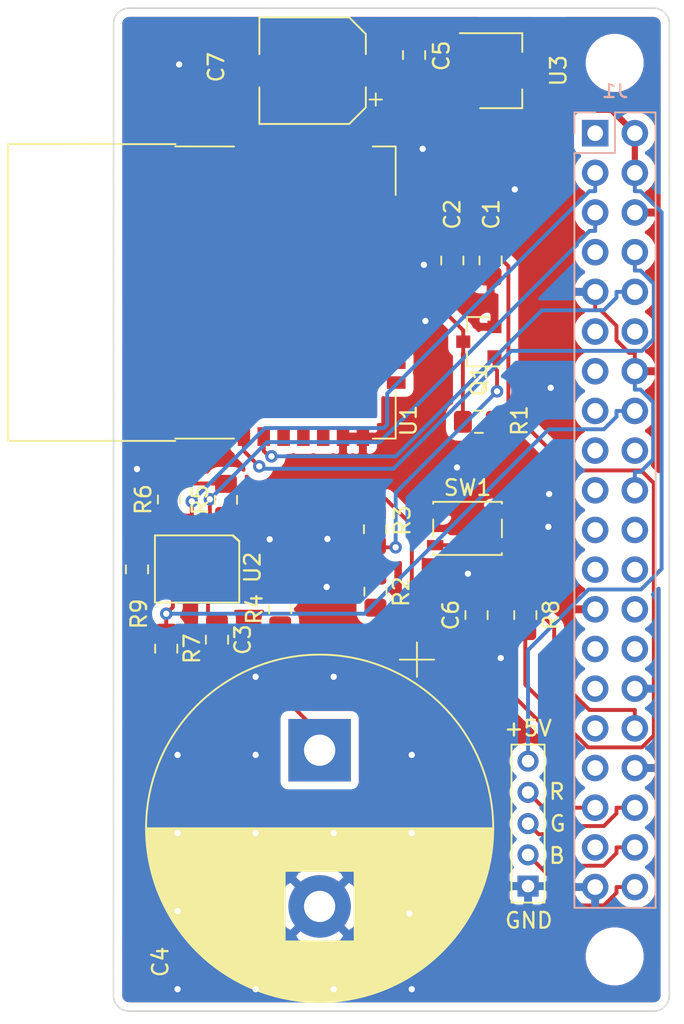
<source format=kicad_pcb>
(kicad_pcb (version 20171130) (host pcbnew "(5.1.5-0-10_14)")
  (layers (0 F.Cu signal) (31 B.Cu signal) (34 B.Paste user) (35 F.Paste user) (36 B.SilkS user) (37 F.SilkS user) (38 B.Mask user) (39 F.Mask user) (44 Edge.Cuts user))
  (net 0 "")
  (net 1 "Net-(U1-Pad26)")
  (net 2 "Net-(U1-Pad25)")
  (net 3 "Net-(U1-Pad24)")
  (net 4 "Net-(U1-Pad23)")
  (net 5 "Net-(U1-Pad22)")
  (net 6 "Net-(U1-Pad21)")
  (net 7 "Net-(U1-Pad19)")
  (net 8 "Net-(U1-Pad18)")
  (net 9 "Net-(U1-Pad13)")
  (net 10 "Net-(U1-Pad12)")
  (net 11 "Net-(U1-Pad11)")
  (net 12 "Net-(U1-Pad10)")
  (net 13 "Net-(U1-Pad7)")
  (net 14 "Net-(U1-Pad6)")
  (net 15 "Net-(U1-Pad5)")
  (net 16 GND)
  (net 17 +3V3)
  (net 18 UART_TX)
  (net 19 UART_RX)
  (net 20 "Net-(U2-Pad4)")
  (net 21 "Net-(J1-Pad40)")
  (net 22 "Net-(J1-Pad38)")
  (net 23 "Net-(J1-Pad37)")
  (net 24 "Net-(J1-Pad36)")
  (net 25 "Net-(J1-Pad33)")
  (net 26 "Net-(J1-Pad31)")
  (net 27 "Net-(J1-Pad29)")
  (net 28 "Net-(J1-Pad28)")
  (net 29 "Net-(J1-Pad27)")
  (net 30 "Net-(J1-Pad26)")
  (net 31 "Net-(J1-Pad24)")
  (net 32 "Net-(J1-Pad23)")
  (net 33 "Net-(J1-Pad22)")
  (net 34 "Net-(J1-Pad21)")
  (net 35 "Net-(J1-Pad19)")
  (net 36 "Net-(J1-Pad18)")
  (net 37 "Net-(J1-Pad17)")
  (net 38 "Net-(J1-Pad15)")
  (net 39 "Net-(J1-Pad13)")
  (net 40 "Net-(J1-Pad12)")
  (net 41 "Net-(J1-Pad11)")
  (net 42 "Net-(J1-Pad7)")
  (net 43 "Net-(J1-Pad1)")
  (net 44 "Net-(C4-Pad1)")
  (net 45 "Net-(Q1-Pad3)")
  (net 46 "Net-(Q1-Pad1)")
  (net 47 "Net-(R4-Pad2)")
  (net 48 +5V)
  (net 49 RESET)
  (net 50 BUTTON)
  (net 51 RTC_IRQ)
  (net 52 RTC_SCL)
  (net 53 RTC_SDA)
  (net 54 "Net-(C3-Pad1)")
  (net 55 "Net-(R9-Pad1)")
  (module Connector_PinHeader_2.00mm:PinHeader_1x05_P2.00mm_Vertical (layer F.Cu) (at 187.45 113.4 180)
    (fp_text reference J2 hide)
    (fp_text value RGB)
    (pad 5 thru_hole oval (at 0 8 180) (size 1.35 1.35) (drill 0.8) (layers *.Cu *.Mask) (net 48 +5V))
    (pad 4 thru_hole oval (at 0 6 180) (size 1.35 1.35) (drill 0.8) (layers *.Cu *.Mask) (net 24 "Net-(J1-Pad36)"))
    (pad 3 thru_hole oval (at 0 4 180) (size 1.35 1.35) (drill 0.8) (layers *.Cu *.Mask) (net 22 "Net-(J1-Pad38)"))
    (pad 2 thru_hole oval (at 0 2 180) (size 1.35 1.35) (drill 0.8) (layers *.Cu *.Mask) (net 21 "Net-(J1-Pad40)"))
    (pad 1 thru_hole rect (at 0 0 180) (size 1.35 1.35) (drill 0.8) (layers *.Cu *.Mask) (net 16 GND))
  )
  (module additional:TRX2-TIF (layer F.Cu) (at 169.25 75.45 90)
    (fp_text reference U1 (at -8.15 10.55 270) (layer F.SilkS))
    (fp_text value TRX2-TIF)
    (pad 26 smd rect (at 9.2652 0 90) (size 1.2 0.8) (layers F.Cu F.Paste F.Mask) (net 1 "Net-(U1-Pad26)"))
    (pad 25 smd rect (at 9.2652 1.27 90) (size 1.2 0.8) (layers F.Cu F.Paste F.Mask) (net 2 "Net-(U1-Pad25)"))
    (pad 24 smd rect (at 9.2652 2.54 90) (size 1.2 0.8) (layers F.Cu F.Paste F.Mask) (net 3 "Net-(U1-Pad24)"))
    (pad 23 smd rect (at 9.2652 3.81 90) (size 1.2 0.8) (layers F.Cu F.Paste F.Mask) (net 4 "Net-(U1-Pad23)"))
    (pad 22 smd rect (at 9.2652 5.08 90) (size 1.2 0.8) (layers F.Cu F.Paste F.Mask) (net 5 "Net-(U1-Pad22)"))
    (pad 21 smd rect (at 9.2652 6.35 90) (size 1.2 0.8) (layers F.Cu F.Paste F.Mask) (net 6 "Net-(U1-Pad21)"))
    (pad 20 smd rect (at 9.2615 7.62 90) (size 1.2 0.8) (layers F.Cu F.Paste F.Mask) (net 16 GND))
    (pad 19 smd rect (at 5.715 9.755 180) (size 1.2 0.8) (layers F.Cu F.Paste F.Mask) (net 7 "Net-(U1-Pad19)"))
    (pad 18 smd rect (at 4.445 9.755 180) (size 1.2 0.8) (layers F.Cu F.Paste F.Mask) (net 8 "Net-(U1-Pad18)"))
    (pad 17 smd rect (at 3.175 9.755 180) (size 1.2 0.8) (layers F.Cu F.Paste F.Mask) (net 17 +3V3))
    (pad 16 smd rect (at 1.905 9.755 180) (size 1.2 0.8) (layers F.Cu F.Paste F.Mask) (net 16 GND))
    (pad 15 smd rect (at 0.635 9.755 180) (size 1.2 0.8) (layers F.Cu F.Paste F.Mask) (net 16 GND))
    (pad 14 smd rect (at -0.635 9.755 180) (size 1.2 0.8) (layers F.Cu F.Paste F.Mask) (net 45 "Net-(Q1-Pad3)"))
    (pad 13 smd rect (at -1.905 9.755 180) (size 1.2 0.8) (layers F.Cu F.Paste F.Mask) (net 9 "Net-(U1-Pad13)"))
    (pad 12 smd rect (at -3.175 9.755 180) (size 1.2 0.8) (layers F.Cu F.Paste F.Mask) (net 10 "Net-(U1-Pad12)"))
    (pad 11 smd rect (at -4.445 9.755 180) (size 1.2 0.8) (layers F.Cu F.Paste F.Mask) (net 11 "Net-(U1-Pad11)"))
    (pad 10 smd rect (at -5.715 9.755) (size 1.2 0.8) (layers F.Cu F.Paste F.Mask) (net 12 "Net-(U1-Pad10)"))
    (pad 9 smd rect (at -9.171 7.62 90) (size 1.2 0.8) (layers F.Cu F.Paste F.Mask) (net 16 GND))
    (pad 8 smd rect (at -9.171 6.35 90) (size 1.2 0.8) (layers F.Cu F.Paste F.Mask) (net 16 GND))
    (pad 7 smd rect (at -9.171 5.08 90) (size 1.2 0.8) (layers F.Cu F.Paste F.Mask) (net 13 "Net-(U1-Pad7)"))
    (pad 6 smd rect (at -9.171 3.81 90) (size 1.2 0.8) (layers F.Cu F.Paste F.Mask) (net 14 "Net-(U1-Pad6)"))
    (pad 5 smd rect (at -9.171 2.54 90) (size 1.2 0.8) (layers F.Cu F.Paste F.Mask) (net 15 "Net-(U1-Pad5)"))
    (pad 4 smd rect (at -9.171 1.27 90) (size 1.2 0.8) (layers F.Cu F.Paste F.Mask) (net 18 UART_TX))
    (pad 3 smd rect (at -9.171 0 90) (size 1.2 0.8) (layers F.Cu F.Paste F.Mask) (net 19 UART_RX))
  )
  (module additional:SMD-3225-10Pin_3.2x2.5mm_HandSoldering (layer F.Cu) (at 166.25 93.1 180)
    (fp_text reference U2 (at -3.55 0.1 90) (layer F.SilkS))
    (fp_text value RX8130-CE)
    (pad 9 smd rect (at -0.7 -1.1 180) (size 0.4 1.1) (layers F.Cu F.Paste F.Mask) (net 54 "Net-(C3-Pad1)"))
    (pad 8 smd rect (at 0 -1.1 180) (size 0.4 1.1) (layers F.Cu F.Paste F.Mask) (net 17 +3V3))
    (pad 7 smd rect (at 0.7 -1.1 180) (size 0.4 1.1) (layers F.Cu F.Paste F.Mask) (net 16 GND))
    (pad 4 smd rect (at 0.7 1.1 180) (size 0.4 1.1) (layers F.Cu F.Paste F.Mask) (net 20 "Net-(U2-Pad4)"))
    (pad 3 smd rect (at 0 1.1 180) (size 0.4 1.1) (layers F.Cu F.Paste F.Mask) (net 53 RTC_SDA))
    (pad 2 smd rect (at -0.7 1.1 180) (size 0.4 1.1) (layers F.Cu F.Paste F.Mask) (net 52 RTC_SCL))
    (pad 10 smd rect (at -1.55 -1.1 180) (size 0.7 1.1) (layers F.Cu F.Paste F.Mask) (net 47 "Net-(R4-Pad2)"))
    (pad 6 smd rect (at 1.55 -1.1 180) (size 0.7 1.1) (layers F.Cu F.Paste F.Mask) (net 51 RTC_IRQ))
    (pad 5 smd rect (at 1.55 1.1 180) (size 0.7 1.1) (layers F.Cu F.Paste F.Mask) (net 55 "Net-(R9-Pad1)"))
    (pad 1 smd rect (at -1.55 1.1 180) (size 0.7 1.1) (layers F.Cu F.Paste F.Mask) (net 17 +3V3))
  )
  (module Resistor_SMD:R_0805_2012Metric_Pad1.15x1.40mm_HandSolder (layer F.Cu) (at 162.4 93.125 270)
    (fp_text reference R9 (at 2.85 -0.125 90) (layer F.SilkS))
    (fp_text value 10k)
    (pad 2 smd roundrect (at 1.025 0 270) (size 1.15 1.4) (layers F.Cu F.Paste F.Mask) (roundrect_rratio 0.217391) (net 17 +3V3))
    (pad 1 smd roundrect (at -1.025 0 270) (size 1.15 1.4) (layers F.Cu F.Paste F.Mask) (roundrect_rratio 0.217391) (net 55 "Net-(R9-Pad1)"))
  )
  (module Capacitor_SMD:C_0805_2012Metric_Pad1.15x1.40mm_HandSolder (layer F.Cu) (at 167.525 97.625 270)
    (fp_text reference C3 (at 0 -1.65 90) (layer F.SilkS))
    (fp_text value 1u/16V)
    (pad 2 smd roundrect (at 1.025 0 270) (size 1.15 1.4) (layers F.Cu F.Paste F.Mask) (roundrect_rratio 0.217391) (net 16 GND))
    (pad 1 smd roundrect (at -1.025 0 270) (size 1.15 1.4) (layers F.Cu F.Paste F.Mask) (roundrect_rratio 0.217391) (net 54 "Net-(C3-Pad1)"))
  )
  (module Package_TO_SOT_SMD:SOT-89-3 (layer F.Cu) (at 185.3 61.2)
    (fp_text reference U3 (at 4.1 0 90) (layer F.SilkS))
    (fp_text value 3V3LDO)
    (pad 2 smd trapezoid (at -0.0762 0 90) (size 1.5 1) (rect_delta 0 0.7) (layers F.Cu F.Paste F.Mask) (net 48 +5V))
    (pad 2 smd rect (at 1.3335 0 270) (size 2.2 1.84) (layers F.Cu F.Paste F.Mask) (net 48 +5V))
    (pad 3 smd rect (at -1.48 1.5 270) (size 1 1.5) (layers F.Cu F.Paste F.Mask) (net 17 +3V3))
    (pad 2 smd rect (at -1.3335 0 270) (size 1 1.8) (layers F.Cu F.Paste F.Mask) (net 48 +5V))
    (pad 1 smd rect (at -1.48 -1.5 270) (size 1 1.5) (layers F.Cu F.Paste F.Mask) (net 16 GND))
    (pad 2 smd trapezoid (at 2.667 0 270) (size 1.6 0.85) (rect_delta 0 0.6) (layers F.Cu F.Paste F.Mask) (net 48 +5V))
  )
  (module Button_Switch_SMD:SW_SPST_PTS810 (layer F.Cu) (at 183.575 90.5)
    (fp_text reference SW1 (at 0 -2.6) (layer F.SilkS))
    (fp_text value Button)
    (pad 2 smd rect (at 2.075 1.075) (size 1.05 0.65) (layers F.Cu F.Paste F.Mask) (net 50 BUTTON))
    (pad 2 smd rect (at -2.075 1.075) (size 1.05 0.65) (layers F.Cu F.Paste F.Mask) (net 50 BUTTON))
    (pad 1 smd rect (at 2.075 -1.075) (size 1.05 0.65) (layers F.Cu F.Paste F.Mask) (net 16 GND))
    (pad 1 smd rect (at -2.075 -1.075) (size 1.05 0.65) (layers F.Cu F.Paste F.Mask) (net 16 GND))
  )
  (module Resistor_SMD:R_0805_2012Metric_Pad1.15x1.40mm_HandSolder (layer F.Cu) (at 187.275 96.05 270)
    (fp_text reference R8 (at 0 -1.65 90) (layer F.SilkS))
    (fp_text value 10k)
    (pad 2 smd roundrect (at 1.025 0 270) (size 1.15 1.4) (layers F.Cu F.Paste F.Mask) (roundrect_rratio 0.217391) (net 17 +3V3))
    (pad 1 smd roundrect (at -1.025 0 270) (size 1.15 1.4) (layers F.Cu F.Paste F.Mask) (roundrect_rratio 0.217391) (net 50 BUTTON))
  )
  (module Resistor_SMD:R_0805_2012Metric_Pad1.15x1.40mm_HandSolder (layer F.Cu) (at 164.275 98.2 270)
    (fp_text reference R7 (at 0 -1.65 90) (layer F.SilkS))
    (fp_text value 10k)
    (pad 2 smd roundrect (at 1.025 0 270) (size 1.15 1.4) (layers F.Cu F.Paste F.Mask) (roundrect_rratio 0.217391) (net 17 +3V3))
    (pad 1 smd roundrect (at -1.025 0 270) (size 1.15 1.4) (layers F.Cu F.Paste F.Mask) (roundrect_rratio 0.217391) (net 51 RTC_IRQ))
  )
  (module Resistor_SMD:R_0805_2012Metric_Pad1.15x1.40mm_HandSolder (layer F.Cu) (at 164.45 88.65 90)
    (fp_text reference R6 (at 0 -1.65 90) (layer F.SilkS))
    (fp_text value 2k2)
    (pad 2 smd roundrect (at 1.025 0 90) (size 1.15 1.4) (layers F.Cu F.Paste F.Mask) (roundrect_rratio 0.217391) (net 17 +3V3))
    (pad 1 smd roundrect (at -1.025 0 90) (size 1.15 1.4) (layers F.Cu F.Paste F.Mask) (roundrect_rratio 0.217391) (net 53 RTC_SDA))
  )
  (module Resistor_SMD:R_0805_2012Metric_Pad1.15x1.40mm_HandSolder (layer F.Cu) (at 168.1 88.675 90)
    (fp_text reference R5 (at 0 -1.65 90) (layer F.SilkS))
    (fp_text value 2k2)
    (pad 2 smd roundrect (at 1.025 0 90) (size 1.15 1.4) (layers F.Cu F.Paste F.Mask) (roundrect_rratio 0.217391) (net 17 +3V3))
    (pad 1 smd roundrect (at -1.025 0 90) (size 1.15 1.4) (layers F.Cu F.Paste F.Mask) (roundrect_rratio 0.217391) (net 52 RTC_SCL))
  )
  (module Capacitor_SMD:CP_Elec_6.3x5.9 (layer F.Cu) (at 173.65 61.2 180)
    (fp_text reference C7 (at 6.175 0.225 90) (layer F.SilkS))
    (fp_text value 10µ/16V)
    (pad 2 smd rect (at 2.8 0 180) (size 3.5 1.6) (layers F.Cu F.Paste F.Mask) (net 16 GND))
    (pad 1 smd rect (at -2.8 0 180) (size 3.5 1.6) (layers F.Cu F.Paste F.Mask) (net 48 +5V))
  )
  (module Capacitor_SMD:C_0805_2012Metric_Pad1.15x1.40mm_HandSolder (layer F.Cu) (at 184.15 96.05 90)
    (fp_text reference C6 (at 0 -1.65 90) (layer F.SilkS))
    (fp_text value 100n)
    (pad 2 smd roundrect (at 1.025 0 90) (size 1.15 1.4) (layers F.Cu F.Paste F.Mask) (roundrect_rratio 0.217391) (net 16 GND))
    (pad 1 smd roundrect (at -1.025 0 90) (size 1.15 1.4) (layers F.Cu F.Paste F.Mask) (roundrect_rratio 0.217391) (net 17 +3V3))
  )
  (module Capacitor_SMD:C_0805_2012Metric_Pad1.15x1.40mm_HandSolder (layer F.Cu) (at 180.15 60.2 90)
    (fp_text reference C5 (at -0.05 1.75 90) (layer F.SilkS))
    (fp_text value 100n)
    (pad 2 smd roundrect (at 1.025 0 90) (size 1.15 1.4) (layers F.Cu F.Paste F.Mask) (roundrect_rratio 0.217391) (net 16 GND))
    (pad 1 smd roundrect (at -1.025 0 90) (size 1.15 1.4) (layers F.Cu F.Paste F.Mask) (roundrect_rratio 0.217391) (net 48 +5V))
  )
  (module MountingHole:MountingHole_2.7mm_M2.5_DIN965 (layer F.Cu) (at 193 60.7)
    (fp_text reference H2 hide)
    (fp_text value MountingHole)
    (pad 1 np_thru_hole circle (at 0 0) (size 2.7 2.7) (drill 2.7) (layers *.Cu *.Mask))
  )
  (module MountingHole:MountingHole_2.7mm_M2.5_DIN965 (layer F.Cu) (at 193 117.9)
    (fp_text reference H1 hide)
    (fp_text value MountingHole)
    (pad 1 np_thru_hole circle (at 0 0) (size 2.7 2.7) (drill 2.7) (layers *.Cu *.Mask))
  )
  (module Resistor_SMD:R_0805_2012Metric_Pad1.15x1.40mm_HandSolder (layer F.Cu) (at 171.575 95.675 90)
    (fp_text reference R4 (at 0 -1.65 90) (layer F.SilkS))
    (fp_text value 82)
    (pad 2 smd roundrect (at 1.025 0 90) (size 1.15 1.4) (layers F.Cu F.Paste F.Mask) (roundrect_rratio 0.217391) (net 47 "Net-(R4-Pad2)"))
    (pad 1 smd roundrect (at -1.025 0 90) (size 1.15 1.4) (layers F.Cu F.Paste F.Mask) (roundrect_rratio 0.217391) (net 44 "Net-(C4-Pad1)"))
  )
  (module Resistor_SMD:R_0805_2012Metric_Pad1.15x1.40mm_HandSolder (layer F.Cu) (at 177.65 90.5543 90)
    (fp_text reference R3 (at 0.5543 1.75 90) (layer F.SilkS))
    (fp_text value 10k)
    (pad 2 smd roundrect (at 1.025 0 90) (size 1.15 1.4) (layers F.Cu F.Paste F.Mask) (roundrect_rratio 0.217391) (net 16 GND))
    (pad 1 smd roundrect (at -1.025 0 90) (size 1.15 1.4) (layers F.Cu F.Paste F.Mask) (roundrect_rratio 0.217391) (net 46 "Net-(Q1-Pad1)"))
  )
  (module Resistor_SMD:R_0805_2012Metric_Pad1.15x1.40mm_HandSolder (layer F.Cu) (at 177.675 94.55 270)
    (fp_text reference R2 (at 0 -1.65 90) (layer F.SilkS))
    (fp_text value 10k)
    (pad 2 smd roundrect (at 1.025 0 270) (size 1.15 1.4) (layers F.Cu F.Paste F.Mask) (roundrect_rratio 0.217391) (net 49 RESET))
    (pad 1 smd roundrect (at -1.025 0 270) (size 1.15 1.4) (layers F.Cu F.Paste F.Mask) (roundrect_rratio 0.217391) (net 46 "Net-(Q1-Pad1)"))
  )
  (module Package_TO_SOT_SMD:SOT-23 (layer F.Cu) (at 184.3 78.55 180)
    (fp_text reference Q1 (at 0 -2.5 90) (layer F.SilkS))
    (fp_text value BC847)
    (pad 3 smd rect (at 1 0 180) (size 0.9 0.8) (layers F.Cu F.Paste F.Mask) (net 45 "Net-(Q1-Pad3)"))
    (pad 2 smd rect (at -1 0.95 180) (size 0.9 0.8) (layers F.Cu F.Paste F.Mask) (net 16 GND))
    (pad 1 smd rect (at -1 -0.95 180) (size 0.9 0.8) (layers F.Cu F.Paste F.Mask) (net 46 "Net-(Q1-Pad1)"))
  )
  (module Capacitor_THT:CP_Radial_D22.0mm_P10.00mm_SnapIn (layer F.Cu) (at 174.1 104.7 270)
    (fp_text reference C4 (at 13.55 10.2 90) (layer F.SilkS))
    (fp_text value 0.47F)
    (pad 2 thru_hole circle (at 10 0 270) (size 4 4) (drill 2) (layers *.Cu *.Mask) (net 16 GND))
    (pad 1 thru_hole rect (at 0 0 270) (size 4 4) (drill 2) (layers *.Cu *.Mask) (net 44 "Net-(C4-Pad1)"))
  )
  (module Connector_PinSocket_2.54mm:PinSocket_2x20_P2.54mm_Vertical (layer B.Cu) (at 191.75 65.2 180)
    (fp_text reference J1 (at -1.27 2.77) (layer B.SilkS) (effects (justify mirror)))
    (fp_text value "RPi Header")
    (pad 40 thru_hole oval (at -2.54 -48.26 180) (size 1.7 1.7) (drill 1) (layers *.Cu *.Mask) (net 21 "Net-(J1-Pad40)"))
    (pad 39 thru_hole oval (at 0 -48.26 180) (size 1.7 1.7) (drill 1) (layers *.Cu *.Mask) (net 16 GND))
    (pad 38 thru_hole oval (at -2.54 -45.72 180) (size 1.7 1.7) (drill 1) (layers *.Cu *.Mask) (net 22 "Net-(J1-Pad38)"))
    (pad 37 thru_hole oval (at 0 -45.72 180) (size 1.7 1.7) (drill 1) (layers *.Cu *.Mask) (net 23 "Net-(J1-Pad37)"))
    (pad 36 thru_hole oval (at -2.54 -43.18 180) (size 1.7 1.7) (drill 1) (layers *.Cu *.Mask) (net 24 "Net-(J1-Pad36)"))
    (pad 35 thru_hole oval (at 0 -43.18 180) (size 1.7 1.7) (drill 1) (layers *.Cu *.Mask) (net 49 RESET))
    (pad 34 thru_hole oval (at -2.54 -40.64 180) (size 1.7 1.7) (drill 1) (layers *.Cu *.Mask) (net 16 GND))
    (pad 33 thru_hole oval (at 0 -40.64 180) (size 1.7 1.7) (drill 1) (layers *.Cu *.Mask) (net 25 "Net-(J1-Pad33)"))
    (pad 32 thru_hole oval (at -2.54 -38.1 180) (size 1.7 1.7) (drill 1) (layers *.Cu *.Mask) (net 50 BUTTON))
    (pad 31 thru_hole oval (at 0 -38.1 180) (size 1.7 1.7) (drill 1) (layers *.Cu *.Mask) (net 26 "Net-(J1-Pad31)"))
    (pad 30 thru_hole oval (at -2.54 -35.56 180) (size 1.7 1.7) (drill 1) (layers *.Cu *.Mask) (net 16 GND))
    (pad 29 thru_hole oval (at 0 -35.56 180) (size 1.7 1.7) (drill 1) (layers *.Cu *.Mask) (net 27 "Net-(J1-Pad29)"))
    (pad 28 thru_hole oval (at -2.54 -33.02 180) (size 1.7 1.7) (drill 1) (layers *.Cu *.Mask) (net 28 "Net-(J1-Pad28)"))
    (pad 27 thru_hole oval (at 0 -33.02 180) (size 1.7 1.7) (drill 1) (layers *.Cu *.Mask) (net 29 "Net-(J1-Pad27)"))
    (pad 26 thru_hole oval (at -2.54 -30.48 180) (size 1.7 1.7) (drill 1) (layers *.Cu *.Mask) (net 30 "Net-(J1-Pad26)"))
    (pad 25 thru_hole oval (at 0 -30.48 180) (size 1.7 1.7) (drill 1) (layers *.Cu *.Mask) (net 16 GND))
    (pad 24 thru_hole oval (at -2.54 -27.94 180) (size 1.7 1.7) (drill 1) (layers *.Cu *.Mask) (net 31 "Net-(J1-Pad24)"))
    (pad 23 thru_hole oval (at 0 -27.94 180) (size 1.7 1.7) (drill 1) (layers *.Cu *.Mask) (net 32 "Net-(J1-Pad23)"))
    (pad 22 thru_hole oval (at -2.54 -25.4 180) (size 1.7 1.7) (drill 1) (layers *.Cu *.Mask) (net 33 "Net-(J1-Pad22)"))
    (pad 21 thru_hole oval (at 0 -25.4 180) (size 1.7 1.7) (drill 1) (layers *.Cu *.Mask) (net 34 "Net-(J1-Pad21)"))
    (pad 20 thru_hole oval (at -2.54 -22.86 180) (size 1.7 1.7) (drill 1) (layers *.Cu *.Mask) (net 16 GND))
    (pad 19 thru_hole oval (at 0 -22.86 180) (size 1.7 1.7) (drill 1) (layers *.Cu *.Mask) (net 35 "Net-(J1-Pad19)"))
    (pad 18 thru_hole oval (at -2.54 -20.32 180) (size 1.7 1.7) (drill 1) (layers *.Cu *.Mask) (net 36 "Net-(J1-Pad18)"))
    (pad 17 thru_hole oval (at 0 -20.32 180) (size 1.7 1.7) (drill 1) (layers *.Cu *.Mask) (net 37 "Net-(J1-Pad17)"))
    (pad 16 thru_hole oval (at -2.54 -17.78 180) (size 1.7 1.7) (drill 1) (layers *.Cu *.Mask) (net 51 RTC_IRQ))
    (pad 15 thru_hole oval (at 0 -17.78 180) (size 1.7 1.7) (drill 1) (layers *.Cu *.Mask) (net 38 "Net-(J1-Pad15)"))
    (pad 14 thru_hole oval (at -2.54 -15.24 180) (size 1.7 1.7) (drill 1) (layers *.Cu *.Mask) (net 16 GND))
    (pad 13 thru_hole oval (at 0 -15.24 180) (size 1.7 1.7) (drill 1) (layers *.Cu *.Mask) (net 39 "Net-(J1-Pad13)"))
    (pad 12 thru_hole oval (at -2.54 -12.7 180) (size 1.7 1.7) (drill 1) (layers *.Cu *.Mask) (net 40 "Net-(J1-Pad12)"))
    (pad 11 thru_hole oval (at 0 -12.7 180) (size 1.7 1.7) (drill 1) (layers *.Cu *.Mask) (net 41 "Net-(J1-Pad11)"))
    (pad 10 thru_hole oval (at -2.54 -10.16 180) (size 1.7 1.7) (drill 1) (layers *.Cu *.Mask) (net 18 UART_TX))
    (pad 9 thru_hole oval (at 0 -10.16 180) (size 1.7 1.7) (drill 1) (layers *.Cu *.Mask) (net 16 GND))
    (pad 8 thru_hole oval (at -2.54 -7.62 180) (size 1.7 1.7) (drill 1) (layers *.Cu *.Mask) (net 19 UART_RX))
    (pad 7 thru_hole oval (at 0 -7.62 180) (size 1.7 1.7) (drill 1) (layers *.Cu *.Mask) (net 42 "Net-(J1-Pad7)"))
    (pad 6 thru_hole oval (at -2.54 -5.08 180) (size 1.7 1.7) (drill 1) (layers *.Cu *.Mask) (net 16 GND))
    (pad 5 thru_hole oval (at 0 -5.08 180) (size 1.7 1.7) (drill 1) (layers *.Cu *.Mask) (net 52 RTC_SCL))
    (pad 4 thru_hole oval (at -2.54 -2.54 180) (size 1.7 1.7) (drill 1) (layers *.Cu *.Mask) (net 48 +5V))
    (pad 3 thru_hole oval (at 0 -2.54 180) (size 1.7 1.7) (drill 1) (layers *.Cu *.Mask) (net 53 RTC_SDA))
    (pad 2 thru_hole oval (at -2.54 0 180) (size 1.7 1.7) (drill 1) (layers *.Cu *.Mask) (net 48 +5V))
    (pad 1 thru_hole rect (at 0 0 180) (size 1.7 1.7) (drill 1) (layers *.Cu *.Mask) (net 43 "Net-(J1-Pad1)"))
  )
  (module Resistor_SMD:R_0805_2012Metric_Pad1.15x1.40mm_HandSolder (layer F.Cu) (at 184.3 83.675 180)
    (fp_text reference R1 (at -2.6 0.075 90) (layer F.SilkS))
    (fp_text value 10k)
    (pad 2 smd roundrect (at 1.025 0 180) (size 1.15 1.4) (layers F.Cu F.Paste F.Mask) (roundrect_rratio 0.217391) (net 45 "Net-(Q1-Pad3)"))
    (pad 1 smd roundrect (at -1.025 0 180) (size 1.15 1.4) (layers F.Cu F.Paste F.Mask) (roundrect_rratio 0.217391) (net 17 +3V3))
  )
  (module Capacitor_SMD:C_0805_2012Metric_Pad1.15x1.40mm_HandSolder (layer F.Cu) (at 182.6 73.35 270)
    (fp_text reference C2 (at -2.95 0 90) (layer F.SilkS))
    (fp_text value 100n)
    (pad 2 smd roundrect (at 1.025 0 270) (size 1.15 1.4) (layers F.Cu F.Paste F.Mask) (roundrect_rratio 0.217391) (net 16 GND))
    (pad 1 smd roundrect (at -1.025 0 270) (size 1.15 1.4) (layers F.Cu F.Paste F.Mask) (roundrect_rratio 0.217391) (net 17 +3V3))
  )
  (module Capacitor_SMD:C_0805_2012Metric_Pad1.15x1.40mm_HandSolder (layer F.Cu) (at 185.05 73.35 270)
    (fp_text reference C1 (at -2.95 -0.05 90) (layer F.SilkS))
    (fp_text value 10u)
    (pad 2 smd roundrect (at 1.025 0 270) (size 1.15 1.4) (layers F.Cu F.Paste F.Mask) (roundrect_rratio 0.217391) (net 16 GND))
    (pad 1 smd roundrect (at -1.025 0 270) (size 1.15 1.4) (layers F.Cu F.Paste F.Mask) (roundrect_rratio 0.217391) (net 17 +3V3))
  )
  (gr_arc (start 161.899987 58.194949) (end 161.899987 57.194949) (angle -90.28940228) (layer Edge.Cuts) (width 0.1))
  (gr_arc (start 161.894949 120.400013) (end 160.894949 120.400013) (angle -90.28940228) (layer Edge.Cuts) (width 0.1))
  (gr_arc (start 195.5 120.4) (end 195.5 121.4) (angle -90.28940228) (layer Edge.Cuts) (width 0.1))
  (gr_arc (start 195.505051 58.199987) (end 196.505051 58.199987) (angle -90.28938641) (layer Edge.Cuts) (width 0.1))
  (gr_text +5V (at 187.45 103.3) (layer F.SilkS) (effects (font (size 1 1))))
  (gr_text R (at 189.3 107.35) (layer F.SilkS) (effects (font (size 1 1))))
  (gr_text G (at 189.35 109.4) (layer F.SilkS) (effects (font (size 1 1))))
  (gr_text B (at 189.3 111.45) (layer F.SilkS) (effects (font (size 1 1))))
  (gr_text GND (at 187.5 115.6) (layer F.SilkS) (effects (font (size 1 1))))
  (gr_line (start 196.505051 58.199987) (end 196.499987 120.394949) (layer Edge.Cuts) (width 0.1))
  (gr_line (start 161.899987 57.194949) (end 195.5 57.2) (layer Edge.Cuts) (width 0.1))
  (gr_line (start 160.894949 120.400013) (end 160.9 58.2) (layer Edge.Cuts) (width 0.1))
  (gr_line (start 195.5 121.4) (end 161.9 121.4) (layer Edge.Cuts) (width 0.1))
  (segment (start 186.69 89.2353) (end 186.5003 89.425) (width 0.25) (layer F.Cu) (net 16))
  (segment (start 185.65 89.425) (end 186.5003 89.425) (width 0.25) (layer F.Cu) (net 16))
  (segment (start 194.29 80.44) (end 194.29 79.2647) (width 0.25) (layer F.Cu) (net 16))
  (segment (start 191.75 75.36) (end 191.75 76.5353) (width 0.25) (layer F.Cu) (net 16))
  (segment (start 191.75 76.5353) (end 192.1174 76.5353) (width 0.25) (layer F.Cu) (net 16))
  (segment (start 192.1174 76.5353) (end 193.1147 77.5326) (width 0.25) (layer F.Cu) (net 16))
  (segment (start 193.1147 77.5326) (end 193.1147 78.4568) (width 0.25) (layer F.Cu) (net 16))
  (segment (start 193.1147 78.4568) (end 193.9226 79.2647) (width 0.25) (layer F.Cu) (net 16))
  (segment (start 193.9226 79.2647) (end 194.29 79.2647) (width 0.25) (layer F.Cu) (net 16))
  (segment (start 165.55 94.2) (end 165.55 95.0753) (width 0.25) (layer F.Cu) (net 16))
  (segment (start 184.4099 89.0352) (end 184.7997 89.425) (width 0.25) (layer F.Cu) (net 16))
  (segment (start 184.4099 89.0352) (end 182.7401 89.0352) (width 0.25) (layer F.Cu) (net 16))
  (segment (start 182.7401 89.0352) (end 182.3503 89.425) (width 0.25) (layer F.Cu) (net 16))
  (segment (start 181.5 89.425) (end 182.3503 89.425) (width 0.25) (layer F.Cu) (net 16))
  (segment (start 180.475 59.05) (end 180.15 58.725) (width 0.25) (layer F.Cu) (net 16))
  (segment (start 185.65 89.425) (end 184.7997 89.425) (width 0.25) (layer F.Cu) (net 16))
  (segment (start 185.3 77.2373) (end 185.3 77.6) (width 0.25) (layer F.Cu) (net 16))
  (segment (start 185.3 77.2373) (end 185.3 76.8747) (width 0.25) (layer F.Cu) (net 16))
  (segment (start 185.3 76.8747) (end 185.05 76.6247) (width 0.25) (layer F.Cu) (net 16))
  (segment (start 185.05 76.6247) (end 185.05 74.625) (width 0.25) (layer F.Cu) (net 16))
  (segment (start 182.65 74.625) (end 182.6 74.575) (width 0.25) (layer F.Cu) (net 16))
  (segment (start 179.005 74.575) (end 179.005 73.545) (width 0.25) (layer F.Cu) (net 16))
  (segment (start 179.005 74.815) (end 179.005 74.575) (width 0.25) (layer F.Cu) (net 16))
  (segment (start 175.6 84.621) (end 176.87 84.621) (width 0.25) (layer F.Cu) (net 16))
  (via (at 180.875 77.225) (size 0.8) (drill 0.4) (layers F.Cu B.Cu) (net 16))
  (via (at 180.775 73.625) (size 0.8) (drill 0.4) (layers F.Cu B.Cu) (net 16))
  (via (at 188.75 90.4) (size 0.8) (drill 0.4) (layers F.Cu B.Cu) (net 16))
  (via (at 185.7 98.8) (size 0.8) (drill 0.4) (layers F.Cu B.Cu) (net 16))
  (via (at 183.6 93.4) (size 0.8) (drill 0.4) (layers F.Cu B.Cu) (net 16))
  (via (at 182.9 86.6) (size 0.8) (drill 0.4) (layers F.Cu B.Cu) (net 16))
  (via (at 188.9 81.5) (size 0.8) (drill 0.4) (layers F.Cu B.Cu) (net 16))
  (via (at 188.8 88.3) (size 0.8) (drill 0.4) (layers F.Cu B.Cu) (net 16))
  (via (at 186.6 68.8) (size 0.8) (drill 0.4) (layers F.Cu B.Cu) (net 16))
  (via (at 180.7 66.2) (size 0.8) (drill 0.4) (layers F.Cu B.Cu) (net 16))
  (via (at 165.1 60.8) (size 0.8) (drill 0.4) (layers F.Cu B.Cu) (net 16))
  (via (at 180 110) (size 0.8) (drill 0.4) (layers F.Cu B.Cu) (net 16))
  (via (at 179.85 115.15) (size 0.8) (drill 0.4) (layers F.Cu B.Cu) (net 16))
  (via (at 180 120) (size 0.8) (drill 0.4) (layers F.Cu B.Cu) (net 16))
  (via (at 175 120) (size 0.8) (drill 0.4) (layers F.Cu B.Cu) (net 16))
  (via (at 170 120) (size 0.8) (drill 0.4) (layers F.Cu B.Cu) (net 16))
  (via (at 165 120) (size 0.8) (drill 0.4) (layers F.Cu B.Cu) (net 16))
  (via (at 165 115) (size 0.8) (drill 0.4) (layers F.Cu B.Cu) (net 16))
  (via (at 165 110) (size 0.8) (drill 0.4) (layers F.Cu B.Cu) (net 16))
  (via (at 170 110) (size 0.8) (drill 0.4) (layers F.Cu B.Cu) (net 16))
  (via (at 175 110) (size 0.8) (drill 0.4) (layers F.Cu B.Cu) (net 16))
  (via (at 180 105) (size 0.8) (drill 0.4) (layers F.Cu B.Cu) (net 16))
  (via (at 170 105) (size 0.8) (drill 0.4) (layers F.Cu B.Cu) (net 16))
  (via (at 165 105) (size 0.8) (drill 0.4) (layers F.Cu B.Cu) (net 16))
  (via (at 175 100) (size 0.8) (drill 0.4) (layers F.Cu B.Cu) (net 16))
  (via (at 170 100) (size 0.8) (drill 0.4) (layers F.Cu B.Cu) (net 16))
  (segment (start 194.29 88.06) (end 194.29 86.8847) (width 0.25) (layer B.Cu) (net 16))
  (segment (start 194.6574 86.8847) (end 194.29 86.8847) (width 0.25) (layer B.Cu) (net 16))
  (segment (start 195.4653 86.0768) (end 194.6574 86.8847) (width 0.25) (layer B.Cu) (net 16))
  (segment (start 195.4653 82.4233) (end 195.4653 86.0768) (width 0.25) (layer B.Cu) (net 16))
  (segment (start 194.6573 81.6153) (end 195.4653 82.4233) (width 0.25) (layer B.Cu) (net 16))
  (segment (start 194.29 81.6153) (end 194.6573 81.6153) (width 0.25) (layer B.Cu) (net 16))
  (segment (start 194.29 80.44) (end 194.29 81.6153) (width 0.25) (layer B.Cu) (net 16))
  (via (at 170.9 91.2) (size 0.8) (drill 0.4) (layers F.Cu B.Cu) (net 16))
  (via (at 162.4 86.7) (size 0.8) (drill 0.4) (layers F.Cu B.Cu) (net 16))
  (via (at 174.6 91.175) (size 0.8) (drill 0.4) (layers F.Cu B.Cu) (net 16))
  (via (at 174.55 94.25) (size 0.8) (drill 0.4) (layers F.Cu B.Cu) (net 16))
  (segment (start 169.1299 88.6799) (end 169.1299 90.3013) (width 0.25) (layer F.Cu) (net 17))
  (segment (start 169.1299 90.3013) (end 168.3065 91.1247) (width 0.25) (layer F.Cu) (net 17))
  (segment (start 168.3065 91.1247) (end 167.8 91.1247) (width 0.25) (layer F.Cu) (net 17))
  (segment (start 168.1 87.65) (end 169.1299 88.6799) (width 0.25) (layer F.Cu) (net 17))
  (segment (start 186.1913 82.8087) (end 186.1913 73.7163) (width 0.25) (layer F.Cu) (net 17))
  (segment (start 186.1913 73.7163) (end 185.05 72.575) (width 0.25) (layer F.Cu) (net 17))
  (segment (start 185.325 83.675) (end 186.1913 82.8087) (width 0.25) (layer F.Cu) (net 17))
  (segment (start 186.1913 82.8087) (end 190.1726 86.79) (width 0.25) (layer F.Cu) (net 17))
  (segment (start 190.1726 86.79) (end 194.6955 86.79) (width 0.25) (layer F.Cu) (net 17))
  (segment (start 194.6955 86.79) (end 195.5067 87.6012) (width 0.25) (layer F.Cu) (net 17))
  (segment (start 195.5067 87.6012) (end 195.5067 103.7585) (width 0.25) (layer F.Cu) (net 17))
  (segment (start 195.5067 103.7585) (end 194.7459 104.5193) (width 0.25) (layer F.Cu) (net 17))
  (segment (start 194.7459 104.5193) (end 191.29 104.5193) (width 0.25) (layer F.Cu) (net 17))
  (segment (start 191.29 104.5193) (end 187.275 100.5043) (width 0.25) (layer F.Cu) (net 17))
  (segment (start 187.275 100.5043) (end 187.275 97.075) (width 0.25) (layer F.Cu) (net 17))
  (segment (start 167.8 92) (end 167.8 91.1247) (width 0.25) (layer F.Cu) (net 17))
  (segment (start 164.45 87.625) (end 168.075 87.625) (width 0.25) (layer F.Cu) (net 17))
  (segment (start 168.075 87.625) (end 168.1 87.65) (width 0.25) (layer F.Cu) (net 17))
  (segment (start 183.82 62.7) (end 182.7447 62.7) (width 0.25) (layer F.Cu) (net 17))
  (segment (start 182.35 72.275) (end 182.6 72.525) (width 0.25) (layer F.Cu) (net 17))
  (segment (start 179.005 72.275) (end 182.35 72.275) (width 0.25) (layer F.Cu) (net 17))
  (segment (start 182.6 72.3) (end 185 72.3) (width 0.25) (layer F.Cu) (net 17))
  (segment (start 185 72.525) (end 185.05 72.575) (width 0.25) (layer F.Cu) (net 17))
  (segment (start 162.6127 94.15) (end 162.6127 97.5627) (width 0.25) (layer F.Cu) (net 17))
  (segment (start 162.6127 97.5627) (end 164.275 99.225) (width 0.25) (layer F.Cu) (net 17))
  (segment (start 166.25 93.3247) (end 163.438 93.3247) (width 0.25) (layer F.Cu) (net 17))
  (segment (start 163.438 93.3247) (end 162.6127 94.15) (width 0.25) (layer F.Cu) (net 17))
  (segment (start 162.2 94.15) (end 162.6127 94.15) (width 0.25) (layer F.Cu) (net 17))
  (segment (start 167.8 92) (end 167.8 92.8753) (width 0.25) (layer F.Cu) (net 17))
  (segment (start 167.8 92.8753) (end 166.6994 92.8753) (width 0.25) (layer F.Cu) (net 17))
  (segment (start 166.6994 92.8753) (end 166.25 93.3247) (width 0.25) (layer F.Cu) (net 17))
  (segment (start 166.25 94.2) (end 166.25 93.3247) (width 0.25) (layer F.Cu) (net 17))
  (segment (start 184.175 97.075) (end 187.275 97.075) (width 0.25) (layer F.Cu) (net 17))
  (segment (start 182.765 97.05) (end 184.15 97.05) (width 0.25) (layer F.Cu) (net 17))
  (segment (start 169.1299 88.6799) (end 169.1935 88.6163) (width 0.25) (layer F.Cu) (net 17))
  (segment (start 180.0052 90.29631) (end 180.0052 94.2902) (width 0.25) (layer F.Cu) (net 17))
  (segment (start 184.15 97.05) (end 184.175 97.075) (width 0.25) (layer F.Cu) (net 17))
  (segment (start 180.0052 94.2902) (end 182.765 97.05) (width 0.25) (layer F.Cu) (net 17))
  (segment (start 178.32519 88.6163) (end 180.0052 90.29631) (width 0.25) (layer F.Cu) (net 17))
  (segment (start 169.1935 88.6163) (end 178.32519 88.6163) (width 0.25) (layer F.Cu) (net 17))
  (segment (start 182.7447 71.8803) (end 182.35 72.275) (width 0.25) (layer F.Cu) (net 17))
  (segment (start 182.7447 62.7) (end 182.7447 71.8803) (width 0.25) (layer F.Cu) (net 17))
  (segment (start 171.0161 85.8887) (end 170.8624 85.8887) (width 0.25) (layer F.Cu) (net 18))
  (segment (start 170.8624 85.8887) (end 170.52 85.5463) (width 0.25) (layer F.Cu) (net 18))
  (segment (start 193.1147 75.36) (end 193.1147 75.7274) (width 0.25) (layer B.Cu) (net 18))
  (segment (start 193.1147 75.7274) (end 192.3068 76.5353) (width 0.25) (layer B.Cu) (net 18))
  (segment (start 192.3068 76.5353) (end 188.3371 76.5353) (width 0.25) (layer B.Cu) (net 18))
  (segment (start 188.3371 76.5353) (end 178.9837 85.8887) (width 0.25) (layer B.Cu) (net 18))
  (segment (start 178.9837 85.8887) (end 171.0161 85.8887) (width 0.25) (layer B.Cu) (net 18))
  (segment (start 194.29 75.36) (end 193.1147 75.36) (width 0.25) (layer B.Cu) (net 18))
  (segment (start 170.52 84.621) (end 170.52 85.5463) (width 0.25) (layer F.Cu) (net 18))
  (via (at 171.0161 85.8887) (size 0.8) (layers F.Cu B.Cu) (net 18))
  (segment (start 169.25 85.5463) (end 170.2329 86.5292) (width 0.25) (layer F.Cu) (net 19))
  (segment (start 194.29 73.9953) (end 194.6573 73.9953) (width 0.25) (layer B.Cu) (net 19))
  (segment (start 194.6573 73.9953) (end 195.5036 74.8416) (width 0.25) (layer B.Cu) (net 19))
  (segment (start 195.5036 74.8416) (end 195.5036 78.3737) (width 0.25) (layer B.Cu) (net 19))
  (segment (start 195.5036 78.3737) (end 194.7441 79.1332) (width 0.25) (layer B.Cu) (net 19))
  (segment (start 194.7441 79.1332) (end 186.3761 79.1332) (width 0.25) (layer B.Cu) (net 19))
  (segment (start 186.3761 79.1332) (end 178.8278 86.6815) (width 0.25) (layer B.Cu) (net 19))
  (segment (start 178.8278 86.6815) (end 170.3852 86.6815) (width 0.25) (layer B.Cu) (net 19))
  (segment (start 170.3852 86.6815) (end 170.2329 86.5292) (width 0.25) (layer B.Cu) (net 19))
  (segment (start 194.29 72.82) (end 194.29 73.9953) (width 0.25) (layer B.Cu) (net 19))
  (segment (start 169.25 84.621) (end 169.25 85.5463) (width 0.25) (layer F.Cu) (net 19))
  (via (at 170.2329 86.5292) (size 0.8) (layers F.Cu B.Cu) (net 19))
  (segment (start 194.29 113.46) (end 193.1147 113.46) (width 0.25) (layer F.Cu) (net 21))
  (segment (start 193.1147 113.46) (end 193.1147 113.8273) (width 0.25) (layer F.Cu) (net 21))
  (segment (start 192.306999 114.635001) (end 193.1147 113.8273) (width 0.25) (layer F.Cu) (net 21))
  (segment (start 190.685001 114.635001) (end 192.306999 114.635001) (width 0.25) (layer F.Cu) (net 21))
  (segment (start 187.45 111.4) (end 190.685001 114.635001) (width 0.25) (layer F.Cu) (net 21))
  (segment (start 194.29 110.92) (end 193.1147 110.92) (width 0.25) (layer F.Cu) (net 22))
  (segment (start 193.1147 110.92) (end 193.1147 111.2874) (width 0.25) (layer F.Cu) (net 22))
  (segment (start 193.1147 111.2874) (end 192.3068 112.0953) (width 0.25) (layer F.Cu) (net 22))
  (segment (start 192.3068 112.0953) (end 190.405 112.0953) (width 0.25) (layer F.Cu) (net 22))
  (segment (start 188.384699 110.074999) (end 190.405 112.0953) (width 0.25) (layer F.Cu) (net 22))
  (segment (start 188.124999 110.074999) (end 188.384699 110.074999) (width 0.25) (layer F.Cu) (net 22))
  (segment (start 187.45 109.4) (end 188.124999 110.074999) (width 0.25) (layer F.Cu) (net 22))
  (segment (start 192.307099 109.555001) (end 193.1147 108.7474) (width 0.25) (layer F.Cu) (net 24))
  (segment (start 189.605001 109.555001) (end 192.307099 109.555001) (width 0.25) (layer F.Cu) (net 24))
  (segment (start 193.1147 108.38) (end 194.29 108.38) (width 0.25) (layer F.Cu) (net 24))
  (segment (start 193.1147 108.7474) (end 193.1147 108.38) (width 0.25) (layer F.Cu) (net 24))
  (segment (start 187.45 107.4) (end 189.605001 109.555001) (width 0.25) (layer F.Cu) (net 24))
  (segment (start 173.3 105.15) (end 173.3 102.8247) (width 0.25) (layer F.Cu) (net 44))
  (segment (start 173.3 102.8247) (end 171.575 101.0997) (width 0.25) (layer F.Cu) (net 44))
  (segment (start 171.575 101.0997) (end 171.575 96.7) (width 0.25) (layer F.Cu) (net 44))
  (segment (start 183.3 78.55) (end 183.3 77.8247) (width 0.25) (layer F.Cu) (net 45))
  (segment (start 179.005 76.085) (end 181.5603 76.085) (width 0.25) (layer F.Cu) (net 45))
  (segment (start 181.5603 76.085) (end 183.3 77.8247) (width 0.25) (layer F.Cu) (net 45))
  (segment (start 183.3 78.55) (end 183.3 79.2753) (width 0.25) (layer F.Cu) (net 45))
  (segment (start 183.3 79.2753) (end 183.275 79.3003) (width 0.25) (layer F.Cu) (net 45))
  (segment (start 183.275 79.3003) (end 183.275 83.675) (width 0.25) (layer F.Cu) (net 45))
  (segment (start 177.65 91.5793) (end 177.7826 91.7119) (width 0.25) (layer F.Cu) (net 46))
  (segment (start 177.7826 91.7119) (end 178.9692 91.7119) (width 0.25) (layer F.Cu) (net 46))
  (segment (start 185.4649 81.7262) (end 178.9692 88.2219) (width 0.25) (layer B.Cu) (net 46))
  (segment (start 178.9692 88.2219) (end 178.9692 91.7119) (width 0.25) (layer B.Cu) (net 46))
  (segment (start 185.3 79.5) (end 185.3 80.2253) (width 0.25) (layer F.Cu) (net 46))
  (segment (start 185.3 80.2253) (end 185.4649 80.3902) (width 0.25) (layer F.Cu) (net 46))
  (segment (start 185.4649 80.3902) (end 185.4649 81.7262) (width 0.25) (layer F.Cu) (net 46))
  (via (at 178.9692 91.7119) (size 0.8) (layers F.Cu B.Cu) (net 46))
  (via (at 185.4649 81.7262) (size 0.8) (layers F.Cu B.Cu) (net 46))
  (segment (start 177.65 91.5793) (end 177.65 93.45) (width 0.25) (layer F.Cu) (net 46))
  (segment (start 167.8 94.2) (end 167.8 95.0753) (width 0.25) (layer F.Cu) (net 47))
  (segment (start 171.575 94.65) (end 171.1497 95.0753) (width 0.25) (layer F.Cu) (net 47))
  (segment (start 171.1497 95.0753) (end 167.8 95.0753) (width 0.25) (layer F.Cu) (net 47))
  (segment (start 194.29 65.2) (end 194.29 67.74) (width 0.4) (layer F.Cu) (net 48))
  (segment (start 187.967 60.55) (end 186.6335 60.55) (width 0.25) (layer F.Cu) (net 48))
  (segment (start 180.15 61.2) (end 178.5253 61.2) (width 0.4) (layer F.Cu) (net 48))
  (segment (start 176.45 61.2) (end 178.5253 61.2) (width 0.4) (layer F.Cu) (net 48))
  (segment (start 194.29 65.2) (end 192.79 63.7) (width 0.4) (layer F.Cu) (net 48))
  (segment (start 192.79 63.7) (end 191.75 63.7) (width 0.4) (layer F.Cu) (net 48))
  (segment (start 191.75 63.7) (end 191.6 63.7) (width 0.4) (layer F.Cu) (net 48))
  (segment (start 191.6 63.7) (end 189 61.1) (width 0.4) (layer F.Cu) (net 48))
  (segment (start 189 61.1) (end 188 61.1) (width 0.4) (layer F.Cu) (net 48))
  (segment (start 186.6 61.2) (end 180.375 61.2) (width 0.4) (layer F.Cu) (net 48))
  (segment (start 194.29 68.9153) (end 194.29 67.74) (width 0.25) (layer B.Cu) (net 48))
  (segment (start 194.6574 68.9153) (end 194.29 68.9153) (width 0.25) (layer B.Cu) (net 48))
  (segment (start 196.0055 70.2634) (end 194.6574 68.9153) (width 0.25) (layer B.Cu) (net 48))
  (segment (start 196.0055 93.0936) (end 196.0055 70.2634) (width 0.25) (layer B.Cu) (net 48))
  (segment (start 194.6891 94.41) (end 196.0055 93.0936) (width 0.25) (layer B.Cu) (net 48))
  (segment (start 191.3251 94.41) (end 194.6891 94.41) (width 0.25) (layer B.Cu) (net 48))
  (segment (start 187.45 98.2851) (end 191.3251 94.41) (width 0.25) (layer B.Cu) (net 48))
  (segment (start 187.45 105.4) (end 187.45 98.2851) (width 0.25) (layer B.Cu) (net 48))
  (segment (start 189.1 107.5815) (end 189.8985 108.38) (width 0.25) (layer F.Cu) (net 49))
  (segment (start 189.1 103.8) (end 189.1 107.5815) (width 0.25) (layer F.Cu) (net 49))
  (segment (start 182.4 100.075001) (end 185.375001 100.075001) (width 0.25) (layer F.Cu) (net 49))
  (segment (start 185.375001 100.075001) (end 189.1 103.8) (width 0.25) (layer F.Cu) (net 49))
  (segment (start 189.8985 108.38) (end 191.75 108.38) (width 0.25) (layer F.Cu) (net 49))
  (segment (start 182.4 100.075001) (end 182.150001 100.075001) (width 0.25) (layer F.Cu) (net 49))
  (segment (start 182.150001 100.075001) (end 177.725 95.65) (width 0.25) (layer F.Cu) (net 49))
  (segment (start 187.275 95.025) (end 187.275 92.3497) (width 0.25) (layer F.Cu) (net 50))
  (segment (start 187.275 92.3497) (end 186.5003 91.575) (width 0.25) (layer F.Cu) (net 50))
  (segment (start 194.29 102.1247) (end 193.9226 102.1247) (width 0.25) (layer F.Cu) (net 50))
  (segment (start 187.275 95.4092) (end 187.275 95.025) (width 0.25) (layer F.Cu) (net 50))
  (segment (start 185.65 91.575) (end 186.5003 91.575) (width 0.25) (layer F.Cu) (net 50))
  (segment (start 185.65 91.575) (end 181.5 91.575) (width 0.25) (layer F.Cu) (net 50))
  (segment (start 194.29 103.3) (end 194.29 102.1247) (width 0.25) (layer F.Cu) (net 50))
  (segment (start 191.375698 102.1247) (end 189.125 99.874002) (width 0.25) (layer F.Cu) (net 50))
  (segment (start 193.9226 102.1247) (end 191.375698 102.1247) (width 0.25) (layer F.Cu) (net 50))
  (segment (start 189.125 99.874002) (end 189.125 97.33681) (width 0.25) (layer F.Cu) (net 50))
  (segment (start 189.125 97.33681) (end 189.125 96.825) (width 0.25) (layer F.Cu) (net 50))
  (segment (start 189.125 96.825) (end 187.325 95.025) (width 0.25) (layer F.Cu) (net 50))
  (segment (start 164.275 95.9614) (end 164.7 95.5364) (width 0.25) (layer F.Cu) (net 51))
  (segment (start 164.7 95.5364) (end 164.7 94.2) (width 0.25) (layer F.Cu) (net 51))
  (segment (start 164.275 97.175) (end 164.275 95.9614) (width 0.25) (layer F.Cu) (net 51))
  (segment (start 194.29 82.98) (end 193.1147 82.98) (width 0.25) (layer B.Cu) (net 51))
  (segment (start 193.1147 82.98) (end 193.1147 83.3474) (width 0.25) (layer B.Cu) (net 51))
  (segment (start 193.1147 83.3474) (end 192.3068 84.1553) (width 0.25) (layer B.Cu) (net 51))
  (segment (start 192.3068 84.1553) (end 188.7739 84.1553) (width 0.25) (layer B.Cu) (net 51))
  (segment (start 188.7739 84.1553) (end 176.9678 95.9614) (width 0.25) (layer B.Cu) (net 51))
  (segment (start 176.9678 95.9614) (end 164.275 95.9614) (width 0.25) (layer B.Cu) (net 51))
  (via (at 164.275 95.9614) (size 0.8) (layers F.Cu B.Cu) (net 51))
  (segment (start 191.75 71.4553) (end 191.3901 71.4553) (width 0.25) (layer B.Cu) (net 52))
  (segment (start 191.3901 71.4553) (end 190.5747 72.2707) (width 0.25) (layer B.Cu) (net 52))
  (segment (start 190.5747 72.2707) (end 190.5747 72.3553) (width 0.25) (layer B.Cu) (net 52))
  (segment (start 190.5747 72.3553) (end 177.9534 84.9766) (width 0.25) (layer B.Cu) (net 52))
  (segment (start 177.9534 84.9766) (end 170.7273 84.9766) (width 0.25) (layer B.Cu) (net 52))
  (segment (start 170.7273 84.9766) (end 170.7273 84.9767) (width 0.25) (layer B.Cu) (net 52))
  (segment (start 170.7273 84.9767) (end 167.069 88.635) (width 0.25) (layer B.Cu) (net 52))
  (segment (start 167.069 89.7) (end 167.069 91.0057) (width 0.25) (layer F.Cu) (net 52))
  (segment (start 167.069 91.0057) (end 166.95 91.1247) (width 0.25) (layer F.Cu) (net 52))
  (segment (start 167.069 88.635) (end 167.069 89.7) (width 0.25) (layer F.Cu) (net 52))
  (segment (start 168.1 89.7) (end 167.069 89.7) (width 0.25) (layer F.Cu) (net 52))
  (segment (start 166.95 92) (end 166.95 91.1247) (width 0.25) (layer F.Cu) (net 52))
  (segment (start 191.75 70.28) (end 191.75 71.4553) (width 0.25) (layer B.Cu) (net 52))
  (via (at 167.069 88.635) (size 0.8) (layers F.Cu B.Cu) (net 52))
  (segment (start 191.75 67.74) (end 191.75 68.9153) (width 0.25) (layer B.Cu) (net 53))
  (segment (start 165.91 89.675) (end 165.91 88.7682) (width 0.25) (layer F.Cu) (net 53))
  (segment (start 191.75 68.9153) (end 191.3827 68.9153) (width 0.25) (layer B.Cu) (net 53))
  (segment (start 191.3827 68.9153) (end 178.4265 81.8715) (width 0.25) (layer B.Cu) (net 53))
  (segment (start 178.4265 81.8715) (end 178.4265 83.8665) (width 0.25) (layer B.Cu) (net 53))
  (segment (start 178.4265 83.8665) (end 178.2176 84.0754) (width 0.25) (layer B.Cu) (net 53))
  (segment (start 178.2176 84.0754) (end 170.6028 84.0754) (width 0.25) (layer B.Cu) (net 53))
  (segment (start 170.6028 84.0754) (end 165.91 88.7682) (width 0.25) (layer B.Cu) (net 53))
  (segment (start 165.91 89.675) (end 164.45 89.675) (width 0.25) (layer F.Cu) (net 53))
  (segment (start 166.25 92) (end 166.25 90.015) (width 0.25) (layer F.Cu) (net 53))
  (segment (start 166.25 90.015) (end 165.91 89.675) (width 0.25) (layer F.Cu) (net 53))
  (via (at 165.91 88.7682) (size 0.8) (layers F.Cu B.Cu) (net 53))
  (segment (start 167.525 96.6) (end 166.95 96.025) (width 0.25) (layer F.Cu) (net 54))
  (segment (start 166.95 96.025) (end 166.95 94.2) (width 0.25) (layer F.Cu) (net 54))
  (segment (start 162.2 92.1) (end 164.6 92.1) (width 0.25) (layer F.Cu) (net 55))
  (segment (start 164.6 92.1) (end 164.7 92) (width 0.25) (layer F.Cu) (net 55))
  (zone (net 0) (net_name "") (layer F.Cu) (connect_pads (clearance 0.508)) (min_thickness 0.254)
    (keepout (tracks allowed) (vias allowed) (copperpour not_allowed))
    (fill (arc_segments 32) (thermal_gap 0.508) (thermal_bridge_width 0.508))
    (polygon (pts (xy 178 67.075) (xy 178.05 67.075) (xy 178.05 83.75) (xy 160.975 83.75) (xy 160.975 67.05)))
  )
  (zone (net 16) (net_name GND) (layer F.Cu) (connect_pads (clearance 0.508)) (min_thickness 0.254) (fill yes (arc_segments 32) (thermal_gap 0.508) (thermal_bridge_width 0.508))
    (polygon (pts (xy 160.8 56.7) (xy 197.275 56.7) (xy 197.275 121.975) (xy 160.775 121.975) (xy 160.775 56.7)))
  )
  (zone (net 16) (net_name GND) (layer B.Cu) (connect_pads (clearance 0.508)) (min_thickness 0.254) (fill yes (arc_segments 32) (thermal_gap 0.508) (thermal_bridge_width 0.508))
    (polygon (pts (xy 197.45 122.25) (xy 160.45 122.25) (xy 160.45 56.675) (xy 197.45 56.675)))
  )
  (zone (net 48) (net_name +5V) (layer F.Cu) (priority 1) (connect_pads (clearance 0.508)) (min_thickness 0.254) (fill yes (arc_segments 32) (thermal_gap 0.508) (thermal_bridge_width 0.508))
    (polygon (pts (xy 189.25 66.75) (xy 184.85 66.75) (xy 184.9 57.8) (xy 189.3 57.8)))
  )
)
</source>
